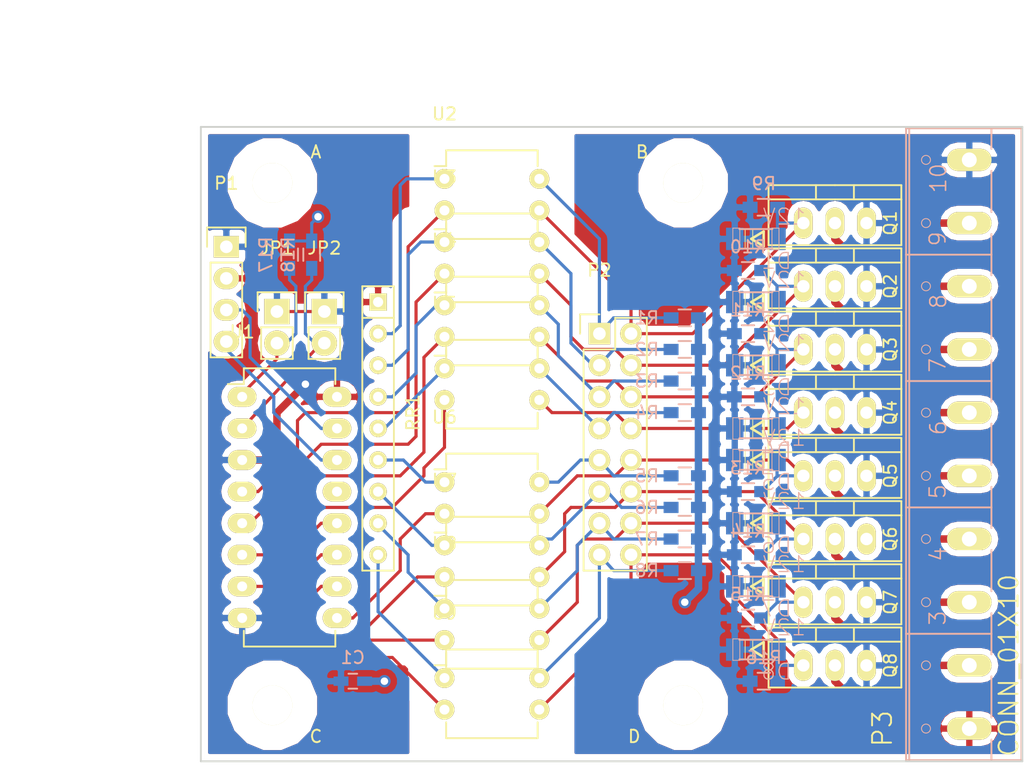
<source format=kicad_pcb>
(kicad_pcb (version 4) (host pcbnew 4.0.2+e4-6225~38~ubuntu16.04.1-stable)
  (layers (0 F.Cu signal) (31 B.Cu signal) (34 B.Paste user) (35 F.Paste user) (36 B.SilkS user) (37 F.SilkS user) (38 B.Mask user) (39 F.Mask user) (44 Edge.Cuts user))
  (net 0 "")
  (net 1 "Net-(D1-Pad1)")
  (net 2 "Net-(D2-Pad1)")
  (net 3 "Net-(D3-Pad1)")
  (net 4 "Net-(D4-Pad1)")
  (net 5 "Net-(D5-Pad1)")
  (net 6 "Net-(D6-Pad1)")
  (net 7 "Net-(D7-Pad1)")
  (net 8 "Net-(D8-Pad1)")
  (net 9 "Net-(P1-Pad3)")
  (net 10 "Net-(P1-Pad4)")
  (net 11 "Net-(P2-Pad1)")
  (net 12 "Net-(P2-Pad3)")
  (net 13 "Net-(P2-Pad5)")
  (net 14 "Net-(P2-Pad7)")
  (net 15 "Net-(P2-Pad9)")
  (net 16 "Net-(P2-Pad11)")
  (net 17 "Net-(P2-Pad13)")
  (net 18 "Net-(P2-Pad15)")
  (net 19 +12V)
  (net 20 "Net-(P3-Pad2)")
  (net 21 "Net-(P3-Pad3)")
  (net 22 "Net-(P3-Pad4)")
  (net 23 "Net-(P3-Pad5)")
  (net 24 "Net-(P3-Pad6)")
  (net 25 "Net-(P3-Pad7)")
  (net 26 "Net-(P3-Pad8)")
  (net 27 "Net-(P3-Pad9)")
  (net 28 "Net-(RR1-Pad2)")
  (net 29 "Net-(RR1-Pad3)")
  (net 30 "Net-(RR1-Pad4)")
  (net 31 "Net-(RR1-Pad5)")
  (net 32 "Net-(RR1-Pad6)")
  (net 33 "Net-(RR1-Pad7)")
  (net 34 "Net-(RR1-Pad8)")
  (net 35 "Net-(RR1-Pad9)")
  (net 36 "Net-(U1-Pad4)")
  (net 37 "Net-(U1-Pad5)")
  (net 38 "Net-(U1-Pad6)")
  (net 39 "Net-(U1-Pad7)")
  (net 40 "Net-(U1-Pad9)")
  (net 41 "Net-(U1-Pad10)")
  (net 42 "Net-(U1-Pad11)")
  (net 43 "Net-(U1-Pad12)")
  (net 44 "Net-(U1-Pad13)")
  (net 45 +5V)
  (net 46 GND)
  (net 47 GNDA)
  (net 48 "Net-(Q6-Pad3)")
  (net 49 "Net-(JP1-Pad2)")
  (net 50 "Net-(JP2-Pad2)")
  (module Housings_DIP:DIP-16_W7.62mm_LongPads (layer F.Cu) (at 210.82 107.95)
    (fp_text reference U1 (at 0 -5.22) (layer F.SilkS))
    (fp_text value PCF8574A)
    (pad 1 thru_hole oval (at 0 0) (size 2.3 1.6) (drill 0.8) (layers *.Cu *.Mask F.SilkS) (net 49 "Net-(JP1-Pad2)"))
    (pad 2 thru_hole oval (at 0 2.54) (size 2.3 1.6) (drill 0.8) (layers *.Cu *.Mask F.SilkS) (net 50 "Net-(JP2-Pad2)"))
    (pad 3 thru_hole oval (at 0 5.08) (size 2.3 1.6) (drill 0.8) (layers *.Cu *.Mask F.SilkS) (net 46 GND))
    (pad 4 thru_hole oval (at 0 7.62) (size 2.3 1.6) (drill 0.8) (layers *.Cu *.Mask F.SilkS) (net 36 "Net-(U1-Pad4)"))
    (pad 5 thru_hole oval (at 0 10.16) (size 2.3 1.6) (drill 0.8) (layers *.Cu *.Mask F.SilkS) (net 37 "Net-(U1-Pad5)"))
    (pad 6 thru_hole oval (at 0 12.7) (size 2.3 1.6) (drill 0.8) (layers *.Cu *.Mask F.SilkS) (net 38 "Net-(U1-Pad6)"))
    (pad 7 thru_hole oval (at 0 15.24) (size 2.3 1.6) (drill 0.8) (layers *.Cu *.Mask F.SilkS) (net 39 "Net-(U1-Pad7)"))
    (pad 8 thru_hole oval (at 0 17.78) (size 2.3 1.6) (drill 0.8) (layers *.Cu *.Mask F.SilkS) (net 46 GND))
    (pad 9 thru_hole oval (at 7.62 17.78) (size 2.3 1.6) (drill 0.8) (layers *.Cu *.Mask F.SilkS) (net 40 "Net-(U1-Pad9)"))
    (pad 10 thru_hole oval (at 7.62 15.24) (size 2.3 1.6) (drill 0.8) (layers *.Cu *.Mask F.SilkS) (net 41 "Net-(U1-Pad10)"))
    (pad 11 thru_hole oval (at 7.62 12.7) (size 2.3 1.6) (drill 0.8) (layers *.Cu *.Mask F.SilkS) (net 42 "Net-(U1-Pad11)"))
    (pad 12 thru_hole oval (at 7.62 10.16) (size 2.3 1.6) (drill 0.8) (layers *.Cu *.Mask F.SilkS) (net 43 "Net-(U1-Pad12)"))
    (pad 13 thru_hole oval (at 7.62 7.62) (size 2.3 1.6) (drill 0.8) (layers *.Cu *.Mask F.SilkS) (net 44 "Net-(U1-Pad13)"))
    (pad 14 thru_hole oval (at 7.62 5.08) (size 2.3 1.6) (drill 0.8) (layers *.Cu *.Mask F.SilkS) (net 10 "Net-(P1-Pad4)"))
    (pad 15 thru_hole oval (at 7.62 2.54) (size 2.3 1.6) (drill 0.8) (layers *.Cu *.Mask F.SilkS) (net 9 "Net-(P1-Pad3)"))
    (pad 16 thru_hole oval (at 7.62 0) (size 2.3 1.6) (drill 0.8) (layers *.Cu *.Mask F.SilkS) (net 45 +5V))
  )
  (module gate433:W237-10P (layer F.Cu) (at 268.605 111.76 90)
    (fp_text reference P3 (at -22.86 -6.35 90) (layer F.SilkS) (effects (font (thickness 0.1524))))
    (fp_text value CONN_01X10 (at -17.78 3.81 90) (layer F.SilkS) (effects (font (thickness 0.1524))))
    (fp_text user 3 (at -13.97 -1.905 90) (layer B.SilkS) (effects (font (size 1.27 1.27) (thickness 0.127))))
    (fp_text user 4 (at -8.83666 -1.8542 90) (layer B.SilkS) (effects (font (size 1.27 1.27) (thickness 0.127))))
    (fp_text user 5 (at -3.81 -1.905 90) (layer B.SilkS) (effects (font (size 1.27 1.27) (thickness 0.127))))
    (fp_text user 6 (at 1.3208 -1.8542 90) (layer B.SilkS) (effects (font (size 1.27 1.27) (thickness 0.127))))
    (fp_text user 7 (at 6.35 -1.905 90) (layer B.SilkS) (effects (font (size 1.27 1.27) (thickness 0.127))))
    (fp_text user 8 (at 11.4808 -1.8542 90) (layer B.SilkS) (effects (font (size 1.27 1.27) (thickness 0.127))))
    (fp_text user 9 (at 16.51 -1.905 90) (layer B.SilkS) (effects (font (size 1.27 1.27) (thickness 0.127))))
    (fp_text user 10 (at 21.3868 -1.8542 90) (layer B.SilkS) (effects (font (size 1.27 1.27) (thickness 0.127))))
    (pad 1 thru_hole oval (at -22.86 0.635 270) (size 1.78816 3.57886) (drill 1.1938) (layers *.Cu *.Mask F.Paste F.SilkS) (net 19 +12V))
    (pad 2 thru_hole oval (at -17.78 0.635 270) (size 1.78816 3.57886) (drill 1.1938) (layers *.Cu *.Mask F.Paste F.SilkS) (net 20 "Net-(P3-Pad2)"))
    (pad 3 thru_hole oval (at -12.7 0.635 270) (size 1.78816 3.57886) (drill 1.1938) (layers *.Cu *.Mask F.Paste F.SilkS) (net 21 "Net-(P3-Pad3)"))
    (pad 4 thru_hole oval (at -7.62 0.635 270) (size 1.78816 3.57886) (drill 1.1938) (layers *.Cu *.Mask F.Paste F.SilkS) (net 22 "Net-(P3-Pad4)"))
    (pad 5 thru_hole oval (at -2.54 0.635 270) (size 1.78816 3.57886) (drill 1.1938) (layers *.Cu *.Mask F.Paste F.SilkS) (net 23 "Net-(P3-Pad5)"))
    (pad 6 thru_hole oval (at 2.54 0.635 270) (size 1.78816 3.57886) (drill 1.1938) (layers *.Cu *.Mask F.Paste F.SilkS) (net 24 "Net-(P3-Pad6)"))
    (pad 7 thru_hole oval (at 7.62 0.635 270) (size 1.78816 3.57886) (drill 1.1938) (layers *.Cu *.Mask F.Paste F.SilkS) (net 25 "Net-(P3-Pad7)"))
    (pad 8 thru_hole oval (at 12.7 0.635 270) (size 1.78816 3.57886) (drill 1.1938) (layers *.Cu *.Mask F.Paste F.SilkS) (net 26 "Net-(P3-Pad8)"))
    (pad 9 thru_hole oval (at 17.78 0.635 270) (size 1.78816 3.57886) (drill 1.1938) (layers *.Cu *.Mask F.Paste F.SilkS) (net 27 "Net-(P3-Pad9)"))
    (pad 10 thru_hole oval (at 22.86 0.635 270) (size 1.78816 3.57886) (drill 1.1938) (layers *.Cu *.Mask F.Paste F.SilkS) (net 47 GNDA))
  )
  (module Capacitors_SMD:C_0603_HandSoldering (layer B.Cu) (at 219.71 130.81 180)
    (fp_text reference C1 (at 0 1.9 180) (layer B.SilkS) (effects (justify mirror)))
    (fp_text value C_Small)
    (pad 1 smd rect (at -0.95 0 180) (size 1.2 0.75) (layers B.Cu B.Paste B.Mask) (net 45 +5V))
    (pad 2 smd rect (at 0.95 0 180) (size 1.2 0.75) (layers B.Cu B.Paste B.Mask) (net 46 GND))
  )
  (module gate433:SOD80C (layer B.Cu) (at 252.095 95.25)
    (fp_text reference D1 (at 1.651 1.778) (layer B.SilkS) (effects (font (size 1.27 1.27) (thickness 0.1016)) (justify mirror)))
    (fp_text value 12V (at 2.286 -1.778) (layer B.SilkS) (effects (font (size 1.27 1.27) (thickness 0.1016)) (justify mirror)))
    (pad 1 smd rect (at 1.69926 0) (size 1.39954 1.79832) (layers B.Cu B.Paste B.Mask) (net 1 "Net-(D1-Pad1)"))
    (pad 2 smd rect (at -1.69926 0) (size 1.39954 1.79832) (layers B.Cu B.Paste B.Mask) (net 47 GNDA))
  )
  (module gate433:SOD80C (layer B.Cu) (at 252.095 100.33)
    (fp_text reference D2 (at 1.651 1.778) (layer B.SilkS) (effects (font (size 1.27 1.27) (thickness 0.1016)) (justify mirror)))
    (fp_text value 12V (at 2.286 -1.778) (layer B.SilkS) (effects (font (size 1.27 1.27) (thickness 0.1016)) (justify mirror)))
    (pad 1 smd rect (at 1.69926 0) (size 1.39954 1.79832) (layers B.Cu B.Paste B.Mask) (net 2 "Net-(D2-Pad1)"))
    (pad 2 smd rect (at -1.69926 0) (size 1.39954 1.79832) (layers B.Cu B.Paste B.Mask) (net 47 GNDA))
  )
  (module gate433:SOD80C (layer B.Cu) (at 252.095 105.41)
    (fp_text reference D3 (at 1.651 1.778) (layer B.SilkS) (effects (font (size 1.27 1.27) (thickness 0.1016)) (justify mirror)))
    (fp_text value 12V (at 2.286 -1.778) (layer B.SilkS) (effects (font (size 1.27 1.27) (thickness 0.1016)) (justify mirror)))
    (pad 1 smd rect (at 1.69926 0) (size 1.39954 1.79832) (layers B.Cu B.Paste B.Mask) (net 3 "Net-(D3-Pad1)"))
    (pad 2 smd rect (at -1.69926 0) (size 1.39954 1.79832) (layers B.Cu B.Paste B.Mask) (net 47 GNDA))
  )
  (module gate433:SOD80C (layer B.Cu) (at 252.095 110.49)
    (fp_text reference D4 (at 1.651 1.778) (layer B.SilkS) (effects (font (size 1.27 1.27) (thickness 0.1016)) (justify mirror)))
    (fp_text value 12V (at 2.286 -1.778) (layer B.SilkS) (effects (font (size 1.27 1.27) (thickness 0.1016)) (justify mirror)))
    (pad 1 smd rect (at 1.69926 0) (size 1.39954 1.79832) (layers B.Cu B.Paste B.Mask) (net 4 "Net-(D4-Pad1)"))
    (pad 2 smd rect (at -1.69926 0) (size 1.39954 1.79832) (layers B.Cu B.Paste B.Mask) (net 47 GNDA))
  )
  (module gate433:SOD80C (layer B.Cu) (at 252.095 113.03)
    (fp_text reference D5 (at 1.651 1.778) (layer B.SilkS) (effects (font (size 1.27 1.27) (thickness 0.1016)) (justify mirror)))
    (fp_text value 12V (at 2.286 -1.778) (layer B.SilkS) (effects (font (size 1.27 1.27) (thickness 0.1016)) (justify mirror)))
    (pad 1 smd rect (at 1.69926 0) (size 1.39954 1.79832) (layers B.Cu B.Paste B.Mask) (net 5 "Net-(D5-Pad1)"))
    (pad 2 smd rect (at -1.69926 0) (size 1.39954 1.79832) (layers B.Cu B.Paste B.Mask) (net 47 GNDA))
  )
  (module gate433:SOD80C (layer B.Cu) (at 252.095 118.11)
    (fp_text reference D6 (at 1.651 1.778) (layer B.SilkS) (effects (font (size 1.27 1.27) (thickness 0.1016)) (justify mirror)))
    (fp_text value 12V (at 2.286 -1.778) (layer B.SilkS) (effects (font (size 1.27 1.27) (thickness 0.1016)) (justify mirror)))
    (pad 1 smd rect (at 1.69926 0) (size 1.39954 1.79832) (layers B.Cu B.Paste B.Mask) (net 6 "Net-(D6-Pad1)"))
    (pad 2 smd rect (at -1.69926 0) (size 1.39954 1.79832) (layers B.Cu B.Paste B.Mask) (net 47 GNDA))
  )
  (module gate433:SOD80C (layer B.Cu) (at 252.095 123.19)
    (fp_text reference D7 (at 1.651 1.778) (layer B.SilkS) (effects (font (size 1.27 1.27) (thickness 0.1016)) (justify mirror)))
    (fp_text value 12V (at 2.286 -1.778) (layer B.SilkS) (effects (font (size 1.27 1.27) (thickness 0.1016)) (justify mirror)))
    (pad 1 smd rect (at 1.69926 0) (size 1.39954 1.79832) (layers B.Cu B.Paste B.Mask) (net 7 "Net-(D7-Pad1)"))
    (pad 2 smd rect (at -1.69926 0) (size 1.39954 1.79832) (layers B.Cu B.Paste B.Mask) (net 47 GNDA))
  )
  (module gate433:SOD80C (layer B.Cu) (at 252.095 128.27)
    (fp_text reference D8 (at 1.651 1.778) (layer B.SilkS) (effects (font (size 1.27 1.27) (thickness 0.1016)) (justify mirror)))
    (fp_text value 12V (at 2.286 -1.778) (layer B.SilkS) (effects (font (size 1.27 1.27) (thickness 0.1016)) (justify mirror)))
    (pad 1 smd rect (at 1.69926 0) (size 1.39954 1.79832) (layers B.Cu B.Paste B.Mask) (net 8 "Net-(D8-Pad1)"))
    (pad 2 smd rect (at -1.69926 0) (size 1.39954 1.79832) (layers B.Cu B.Paste B.Mask) (net 47 GNDA))
  )
  (module Pin_Headers:Pin_Header_Straight_1x04 (layer F.Cu) (at 209.55 95.885)
    (fp_text reference P1 (at 0 -5.1) (layer F.SilkS))
    (fp_text value CONN_01X04)
    (pad 1 thru_hole rect (at 0 0) (size 2.032 1.7272) (drill 1.016) (layers *.Cu *.Mask F.SilkS) (net 46 GND))
    (pad 2 thru_hole oval (at 0 2.54) (size 2.032 1.7272) (drill 1.016) (layers *.Cu *.Mask F.SilkS) (net 45 +5V))
    (pad 3 thru_hole oval (at 0 5.08) (size 2.032 1.7272) (drill 1.016) (layers *.Cu *.Mask F.SilkS) (net 9 "Net-(P1-Pad3)"))
    (pad 4 thru_hole oval (at 0 7.62) (size 2.032 1.7272) (drill 1.016) (layers *.Cu *.Mask F.SilkS) (net 10 "Net-(P1-Pad4)"))
  )
  (module Pin_Headers:Pin_Header_Straight_2x08 (layer F.Cu) (at 239.522 102.87)
    (fp_text reference P2 (at 0 -5.1) (layer F.SilkS))
    (fp_text value CONN_02X08)
    (pad 1 thru_hole rect (at 0 0) (size 1.7272 1.7272) (drill 1.016) (layers *.Cu *.Mask F.SilkS) (net 11 "Net-(P2-Pad1)"))
    (pad 2 thru_hole oval (at 2.54 0) (size 1.7272 1.7272) (drill 1.016) (layers *.Cu *.Mask F.SilkS) (net 1 "Net-(D1-Pad1)"))
    (pad 3 thru_hole oval (at 0 2.54) (size 1.7272 1.7272) (drill 1.016) (layers *.Cu *.Mask F.SilkS) (net 12 "Net-(P2-Pad3)"))
    (pad 4 thru_hole oval (at 2.54 2.54) (size 1.7272 1.7272) (drill 1.016) (layers *.Cu *.Mask F.SilkS) (net 2 "Net-(D2-Pad1)"))
    (pad 5 thru_hole oval (at 0 5.08) (size 1.7272 1.7272) (drill 1.016) (layers *.Cu *.Mask F.SilkS) (net 13 "Net-(P2-Pad5)"))
    (pad 6 thru_hole oval (at 2.54 5.08) (size 1.7272 1.7272) (drill 1.016) (layers *.Cu *.Mask F.SilkS) (net 3 "Net-(D3-Pad1)"))
    (pad 7 thru_hole oval (at 0 7.62) (size 1.7272 1.7272) (drill 1.016) (layers *.Cu *.Mask F.SilkS) (net 14 "Net-(P2-Pad7)"))
    (pad 8 thru_hole oval (at 2.54 7.62) (size 1.7272 1.7272) (drill 1.016) (layers *.Cu *.Mask F.SilkS) (net 4 "Net-(D4-Pad1)"))
    (pad 9 thru_hole oval (at 0 10.16) (size 1.7272 1.7272) (drill 1.016) (layers *.Cu *.Mask F.SilkS) (net 15 "Net-(P2-Pad9)"))
    (pad 10 thru_hole oval (at 2.54 10.16) (size 1.7272 1.7272) (drill 1.016) (layers *.Cu *.Mask F.SilkS) (net 5 "Net-(D5-Pad1)"))
    (pad 11 thru_hole oval (at 0 12.7) (size 1.7272 1.7272) (drill 1.016) (layers *.Cu *.Mask F.SilkS) (net 16 "Net-(P2-Pad11)"))
    (pad 12 thru_hole oval (at 2.54 12.7) (size 1.7272 1.7272) (drill 1.016) (layers *.Cu *.Mask F.SilkS) (net 6 "Net-(D6-Pad1)"))
    (pad 13 thru_hole oval (at 0 15.24) (size 1.7272 1.7272) (drill 1.016) (layers *.Cu *.Mask F.SilkS) (net 17 "Net-(P2-Pad13)"))
    (pad 14 thru_hole oval (at 2.54 15.24) (size 1.7272 1.7272) (drill 1.016) (layers *.Cu *.Mask F.SilkS) (net 7 "Net-(D7-Pad1)"))
    (pad 15 thru_hole oval (at 0 17.78) (size 1.7272 1.7272) (drill 1.016) (layers *.Cu *.Mask F.SilkS) (net 18 "Net-(P2-Pad15)"))
    (pad 16 thru_hole oval (at 2.54 17.78) (size 1.7272 1.7272) (drill 1.016) (layers *.Cu *.Mask F.SilkS) (net 8 "Net-(D8-Pad1)"))
  )
  (module TO_SOT_Packages_THT:TO-220_Neutral123_Vertical (layer F.Cu) (at 258.445 93.98)
    (fp_text reference Q1 (at 4.445 0 90) (layer F.SilkS))
    (fp_text value IRLZ44N)
    (pad 2 thru_hole oval (at 0 0 90) (size 2.49936 1.50114) (drill 1.00076) (layers *.Cu *.Mask F.SilkS) (net 27 "Net-(P3-Pad9)"))
    (pad 1 thru_hole oval (at -2.54 0 90) (size 2.49936 1.50114) (drill 1.00076) (layers *.Cu *.Mask F.SilkS) (net 1 "Net-(D1-Pad1)"))
    (pad 3 thru_hole oval (at 2.54 0 90) (size 2.49936 1.50114) (drill 1.00076) (layers *.Cu *.Mask F.SilkS) (net 47 GNDA))
  )
  (module TO_SOT_Packages_THT:TO-220_Neutral123_Vertical (layer F.Cu) (at 258.445 99.06)
    (fp_text reference Q2 (at 4.445 0 90) (layer F.SilkS))
    (fp_text value IRLZ44N)
    (pad 2 thru_hole oval (at 0 0 90) (size 2.49936 1.50114) (drill 1.00076) (layers *.Cu *.Mask F.SilkS) (net 26 "Net-(P3-Pad8)"))
    (pad 1 thru_hole oval (at -2.54 0 90) (size 2.49936 1.50114) (drill 1.00076) (layers *.Cu *.Mask F.SilkS) (net 2 "Net-(D2-Pad1)"))
    (pad 3 thru_hole oval (at 2.54 0 90) (size 2.49936 1.50114) (drill 1.00076) (layers *.Cu *.Mask F.SilkS) (net 47 GNDA))
  )
  (module TO_SOT_Packages_THT:TO-220_Neutral123_Vertical (layer F.Cu) (at 258.445 104.14)
    (fp_text reference Q3 (at 4.445 0 90) (layer F.SilkS))
    (fp_text value IRLZ44N)
    (pad 2 thru_hole oval (at 0 0 90) (size 2.49936 1.50114) (drill 1.00076) (layers *.Cu *.Mask F.SilkS) (net 25 "Net-(P3-Pad7)"))
    (pad 1 thru_hole oval (at -2.54 0 90) (size 2.49936 1.50114) (drill 1.00076) (layers *.Cu *.Mask F.SilkS) (net 3 "Net-(D3-Pad1)"))
    (pad 3 thru_hole oval (at 2.54 0 90) (size 2.49936 1.50114) (drill 1.00076) (layers *.Cu *.Mask F.SilkS) (net 47 GNDA))
  )
  (module TO_SOT_Packages_THT:TO-220_Neutral123_Vertical (layer F.Cu) (at 258.445 109.22)
    (fp_text reference Q4 (at 4.445 0 90) (layer F.SilkS))
    (fp_text value IRLZ44N)
    (pad 2 thru_hole oval (at 0 0 90) (size 2.49936 1.50114) (drill 1.00076) (layers *.Cu *.Mask F.SilkS) (net 24 "Net-(P3-Pad6)"))
    (pad 1 thru_hole oval (at -2.54 0 90) (size 2.49936 1.50114) (drill 1.00076) (layers *.Cu *.Mask F.SilkS) (net 4 "Net-(D4-Pad1)"))
    (pad 3 thru_hole oval (at 2.54 0 90) (size 2.49936 1.50114) (drill 1.00076) (layers *.Cu *.Mask F.SilkS) (net 47 GNDA))
  )
  (module TO_SOT_Packages_THT:TO-220_Neutral123_Vertical (layer F.Cu) (at 258.445 114.3)
    (fp_text reference Q5 (at 4.445 0 90) (layer F.SilkS))
    (fp_text value IRLZ44N)
    (pad 2 thru_hole oval (at 0 0 90) (size 2.49936 1.50114) (drill 1.00076) (layers *.Cu *.Mask F.SilkS) (net 23 "Net-(P3-Pad5)"))
    (pad 1 thru_hole oval (at -2.54 0 90) (size 2.49936 1.50114) (drill 1.00076) (layers *.Cu *.Mask F.SilkS) (net 5 "Net-(D5-Pad1)"))
    (pad 3 thru_hole oval (at 2.54 0 90) (size 2.49936 1.50114) (drill 1.00076) (layers *.Cu *.Mask F.SilkS) (net 47 GNDA))
  )
  (module TO_SOT_Packages_THT:TO-220_Neutral123_Vertical (layer F.Cu) (at 258.445 119.38)
    (fp_text reference Q6 (at 4.445 0 90) (layer F.SilkS))
    (fp_text value IRLZ44N)
    (pad 2 thru_hole oval (at 0 0 90) (size 2.49936 1.50114) (drill 1.00076) (layers *.Cu *.Mask F.SilkS) (net 22 "Net-(P3-Pad4)"))
    (pad 1 thru_hole oval (at -2.54 0 90) (size 2.49936 1.50114) (drill 1.00076) (layers *.Cu *.Mask F.SilkS) (net 6 "Net-(D6-Pad1)"))
    (pad 3 thru_hole oval (at 2.54 0 90) (size 2.49936 1.50114) (drill 1.00076) (layers *.Cu *.Mask F.SilkS) (net 48 "Net-(Q6-Pad3)"))
  )
  (module TO_SOT_Packages_THT:TO-220_Neutral123_Vertical (layer F.Cu) (at 258.445 124.46)
    (fp_text reference Q7 (at 4.445 0 90) (layer F.SilkS))
    (fp_text value IRLZ44N)
    (pad 2 thru_hole oval (at 0 0 90) (size 2.49936 1.50114) (drill 1.00076) (layers *.Cu *.Mask F.SilkS) (net 21 "Net-(P3-Pad3)"))
    (pad 1 thru_hole oval (at -2.54 0 90) (size 2.49936 1.50114) (drill 1.00076) (layers *.Cu *.Mask F.SilkS) (net 7 "Net-(D7-Pad1)"))
    (pad 3 thru_hole oval (at 2.54 0 90) (size 2.49936 1.50114) (drill 1.00076) (layers *.Cu *.Mask F.SilkS) (net 47 GNDA))
  )
  (module TO_SOT_Packages_THT:TO-220_Neutral123_Vertical (layer F.Cu) (at 258.445 129.54)
    (fp_text reference Q8 (at 4.445 0 90) (layer F.SilkS))
    (fp_text value IRLZ44N)
    (pad 2 thru_hole oval (at 0 0 90) (size 2.49936 1.50114) (drill 1.00076) (layers *.Cu *.Mask F.SilkS) (net 20 "Net-(P3-Pad2)"))
    (pad 1 thru_hole oval (at -2.54 0 90) (size 2.49936 1.50114) (drill 1.00076) (layers *.Cu *.Mask F.SilkS) (net 8 "Net-(D8-Pad1)"))
    (pad 3 thru_hole oval (at 2.54 0 90) (size 2.49936 1.50114) (drill 1.00076) (layers *.Cu *.Mask F.SilkS) (net 47 GNDA))
  )
  (module Resistors_SMD:R_0603_HandSoldering (layer B.Cu) (at 246.38 101.6 180)
    (fp_text reference R1 (at 3.048 0 180) (layer B.SilkS) (effects (justify mirror)))
    (fp_text value 15k)
    (pad 1 smd rect (at -1.1 0 180) (size 1.2 0.9) (layers B.Cu B.Paste B.Mask) (net 19 +12V))
    (pad 2 smd rect (at 1.1 0 180) (size 1.2 0.9) (layers B.Cu B.Paste B.Mask) (net 11 "Net-(P2-Pad1)"))
  )
  (module Resistors_SMD:R_0603_HandSoldering (layer B.Cu) (at 246.38 104.14 180)
    (fp_text reference R2 (at 3.048 0 180) (layer B.SilkS) (effects (justify mirror)))
    (fp_text value 15k)
    (pad 1 smd rect (at -1.1 0 180) (size 1.2 0.9) (layers B.Cu B.Paste B.Mask) (net 19 +12V))
    (pad 2 smd rect (at 1.1 0 180) (size 1.2 0.9) (layers B.Cu B.Paste B.Mask) (net 12 "Net-(P2-Pad3)"))
  )
  (module Resistors_SMD:R_0603_HandSoldering (layer B.Cu) (at 246.38 106.68 180)
    (fp_text reference R3 (at 3.048 0 180) (layer B.SilkS) (effects (justify mirror)))
    (fp_text value 15k)
    (pad 1 smd rect (at -1.1 0 180) (size 1.2 0.9) (layers B.Cu B.Paste B.Mask) (net 19 +12V))
    (pad 2 smd rect (at 1.1 0 180) (size 1.2 0.9) (layers B.Cu B.Paste B.Mask) (net 13 "Net-(P2-Pad5)"))
  )
  (module Resistors_SMD:R_0603_HandSoldering (layer B.Cu) (at 246.38 109.22 180)
    (fp_text reference R4 (at 3.048 0 180) (layer B.SilkS) (effects (justify mirror)))
    (fp_text value 15k)
    (pad 1 smd rect (at -1.1 0 180) (size 1.2 0.9) (layers B.Cu B.Paste B.Mask) (net 19 +12V))
    (pad 2 smd rect (at 1.1 0 180) (size 1.2 0.9) (layers B.Cu B.Paste B.Mask) (net 14 "Net-(P2-Pad7)"))
  )
  (module Resistors_SMD:R_0603_HandSoldering (layer B.Cu) (at 246.38 114.3 180)
    (fp_text reference R5 (at 3.048 0 180) (layer B.SilkS) (effects (justify mirror)))
    (fp_text value 15k)
    (pad 1 smd rect (at -1.1 0 180) (size 1.2 0.9) (layers B.Cu B.Paste B.Mask) (net 19 +12V))
    (pad 2 smd rect (at 1.1 0 180) (size 1.2 0.9) (layers B.Cu B.Paste B.Mask) (net 15 "Net-(P2-Pad9)"))
  )
  (module Resistors_SMD:R_0603_HandSoldering (layer B.Cu) (at 246.38 116.84 180)
    (fp_text reference R6 (at 3.048 0 180) (layer B.SilkS) (effects (justify mirror)))
    (fp_text value 15k)
    (pad 1 smd rect (at -1.1 0 180) (size 1.2 0.9) (layers B.Cu B.Paste B.Mask) (net 19 +12V))
    (pad 2 smd rect (at 1.1 0 180) (size 1.2 0.9) (layers B.Cu B.Paste B.Mask) (net 16 "Net-(P2-Pad11)"))
  )
  (module Resistors_SMD:R_0603_HandSoldering (layer B.Cu) (at 246.38 119.38 180)
    (fp_text reference R7 (at 3.048 0 180) (layer B.SilkS) (effects (justify mirror)))
    (fp_text value 15k)
    (pad 1 smd rect (at -1.1 0 180) (size 1.2 0.9) (layers B.Cu B.Paste B.Mask) (net 19 +12V))
    (pad 2 smd rect (at 1.1 0 180) (size 1.2 0.9) (layers B.Cu B.Paste B.Mask) (net 17 "Net-(P2-Pad13)"))
  )
  (module Resistors_SMD:R_0603_HandSoldering (layer B.Cu) (at 246.38 121.92 180)
    (fp_text reference R8 (at 3.048 0 180) (layer B.SilkS) (effects (justify mirror)))
    (fp_text value 15k)
    (pad 1 smd rect (at -1.1 0 180) (size 1.2 0.9) (layers B.Cu B.Paste B.Mask) (net 19 +12V))
    (pad 2 smd rect (at 1.1 0 180) (size 1.2 0.9) (layers B.Cu B.Paste B.Mask) (net 18 "Net-(P2-Pad15)"))
  )
  (module Resistors_SMD:R_0603_HandSoldering (layer B.Cu) (at 252.73 92.71 180)
    (fp_text reference R9 (at 0 1.9 180) (layer B.SilkS) (effects (justify mirror)))
    (fp_text value 33k)
    (pad 1 smd rect (at -1.1 0 180) (size 1.2 0.9) (layers B.Cu B.Paste B.Mask) (net 1 "Net-(D1-Pad1)"))
    (pad 2 smd rect (at 1.1 0 180) (size 1.2 0.9) (layers B.Cu B.Paste B.Mask) (net 47 GNDA))
  )
  (module Resistors_SMD:R_0603_HandSoldering (layer B.Cu) (at 251.46 97.79 180)
    (fp_text reference R10 (at 0 1.9 180) (layer B.SilkS) (effects (justify mirror)))
    (fp_text value 33k)
    (pad 1 smd rect (at -1.1 0 180) (size 1.2 0.9) (layers B.Cu B.Paste B.Mask) (net 2 "Net-(D2-Pad1)"))
    (pad 2 smd rect (at 1.1 0 180) (size 1.2 0.9) (layers B.Cu B.Paste B.Mask) (net 47 GNDA))
  )
  (module Resistors_SMD:R_0603_HandSoldering (layer B.Cu) (at 251.46 102.87 180)
    (fp_text reference R11 (at 0 1.9 180) (layer B.SilkS) (effects (justify mirror)))
    (fp_text value 33k)
    (pad 1 smd rect (at -1.1 0 180) (size 1.2 0.9) (layers B.Cu B.Paste B.Mask) (net 3 "Net-(D3-Pad1)"))
    (pad 2 smd rect (at 1.1 0 180) (size 1.2 0.9) (layers B.Cu B.Paste B.Mask) (net 47 GNDA))
  )
  (module Resistors_SMD:R_0603_HandSoldering (layer B.Cu) (at 251.46 107.95 180)
    (fp_text reference R12 (at 0 1.9 180) (layer B.SilkS) (effects (justify mirror)))
    (fp_text value 33k)
    (pad 1 smd rect (at -1.1 0 180) (size 1.2 0.9) (layers B.Cu B.Paste B.Mask) (net 4 "Net-(D4-Pad1)"))
    (pad 2 smd rect (at 1.1 0 180) (size 1.2 0.9) (layers B.Cu B.Paste B.Mask) (net 47 GNDA))
  )
  (module Resistors_SMD:R_0603_HandSoldering (layer B.Cu) (at 251.46 115.57 180)
    (fp_text reference R13 (at 0 1.9 180) (layer B.SilkS) (effects (justify mirror)))
    (fp_text value 33k)
    (pad 1 smd rect (at -1.1 0 180) (size 1.2 0.9) (layers B.Cu B.Paste B.Mask) (net 5 "Net-(D5-Pad1)"))
    (pad 2 smd rect (at 1.1 0 180) (size 1.2 0.9) (layers B.Cu B.Paste B.Mask) (net 47 GNDA))
  )
  (module Resistors_SMD:R_0603_HandSoldering (layer B.Cu) (at 251.46 120.65 180)
    (fp_text reference R14 (at 0 1.9 180) (layer B.SilkS) (effects (justify mirror)))
    (fp_text value 33k)
    (pad 1 smd rect (at -1.1 0 180) (size 1.2 0.9) (layers B.Cu B.Paste B.Mask) (net 6 "Net-(D6-Pad1)"))
    (pad 2 smd rect (at 1.1 0 180) (size 1.2 0.9) (layers B.Cu B.Paste B.Mask) (net 47 GNDA))
  )
  (module Resistors_SMD:R_0603_HandSoldering (layer B.Cu) (at 251.46 125.73 180)
    (fp_text reference R15 (at 0 1.9 180) (layer B.SilkS) (effects (justify mirror)))
    (fp_text value 33k)
    (pad 1 smd rect (at -1.1 0 180) (size 1.2 0.9) (layers B.Cu B.Paste B.Mask) (net 7 "Net-(D7-Pad1)"))
    (pad 2 smd rect (at 1.1 0 180) (size 1.2 0.9) (layers B.Cu B.Paste B.Mask) (net 47 GNDA))
  )
  (module Resistors_SMD:R_0603_HandSoldering (layer B.Cu) (at 252.73 130.81 180)
    (fp_text reference R16 (at 0 1.9 180) (layer B.SilkS) (effects (justify mirror)))
    (fp_text value 33k)
    (pad 1 smd rect (at -1.1 0 180) (size 1.2 0.9) (layers B.Cu B.Paste B.Mask) (net 8 "Net-(D8-Pad1)"))
    (pad 2 smd rect (at 1.1 0 180) (size 1.2 0.9) (layers B.Cu B.Paste B.Mask) (net 47 GNDA))
  )
  (module Resistors_ThroughHole:Resistor_Array_SIP8 (layer F.Cu) (at 221.742 110.49 270)
    (fp_text reference RR1 (at -1.27 -2.794 270) (layer F.SilkS))
    (fp_text value 330)
    (pad 1 thru_hole rect (at -10.16 0 270) (size 1.397 1.397) (drill 0.8128) (layers *.Cu *.Mask F.SilkS) (net 45 +5V))
    (pad 2 thru_hole circle (at -7.62 0 270) (size 1.397 1.397) (drill 0.8128) (layers *.Cu *.Mask F.SilkS) (net 28 "Net-(RR1-Pad2)"))
    (pad 3 thru_hole circle (at -5.08 0 270) (size 1.397 1.397) (drill 0.8128) (layers *.Cu *.Mask F.SilkS) (net 29 "Net-(RR1-Pad3)"))
    (pad 4 thru_hole circle (at -2.54 0 270) (size 1.397 1.397) (drill 0.8128) (layers *.Cu *.Mask F.SilkS) (net 30 "Net-(RR1-Pad4)"))
    (pad 5 thru_hole circle (at 0 0 270) (size 1.397 1.397) (drill 0.8128) (layers *.Cu *.Mask F.SilkS) (net 31 "Net-(RR1-Pad5)"))
    (pad 6 thru_hole circle (at 2.54 0 270) (size 1.397 1.397) (drill 0.8128) (layers *.Cu *.Mask F.SilkS) (net 32 "Net-(RR1-Pad6)"))
    (pad 7 thru_hole circle (at 5.08 0 270) (size 1.397 1.397) (drill 0.8128) (layers *.Cu *.Mask F.SilkS) (net 33 "Net-(RR1-Pad7)"))
    (pad 8 thru_hole circle (at 7.62 0 270) (size 1.397 1.397) (drill 0.8128) (layers *.Cu *.Mask F.SilkS) (net 34 "Net-(RR1-Pad8)"))
    (pad 9 thru_hole circle (at 10.16 0 270) (size 1.397 1.397) (drill 0.8128) (layers *.Cu *.Mask F.SilkS) (net 35 "Net-(RR1-Pad9)"))
  )
  (module Housings_DIP:DIP-4_W7.62mm (layer F.Cu) (at 227.076 90.424)
    (fp_text reference U2 (at 0 -5.22) (layer F.SilkS))
    (fp_text value PC817)
    (pad 1 thru_hole oval (at 0 0) (size 1.6 1.6) (drill 0.8) (layers *.Cu *.Mask F.SilkS) (net 28 "Net-(RR1-Pad2)"))
    (pad 2 thru_hole oval (at 0 2.54) (size 1.6 1.6) (drill 0.8) (layers *.Cu *.Mask F.SilkS) (net 36 "Net-(U1-Pad4)"))
    (pad 3 thru_hole oval (at 7.62 2.54) (size 1.6 1.6) (drill 0.8) (layers *.Cu *.Mask F.SilkS) (net 1 "Net-(D1-Pad1)"))
    (pad 4 thru_hole oval (at 7.62 0) (size 1.6 1.6) (drill 0.8) (layers *.Cu *.Mask F.SilkS) (net 11 "Net-(P2-Pad1)"))
  )
  (module Housings_DIP:DIP-4_W7.62mm (layer F.Cu) (at 227.076 95.504)
    (fp_text reference U3 (at 0 -5.22) (layer F.SilkS))
    (fp_text value PC817)
    (pad 1 thru_hole oval (at 0 0) (size 1.6 1.6) (drill 0.8) (layers *.Cu *.Mask F.SilkS) (net 29 "Net-(RR1-Pad3)"))
    (pad 2 thru_hole oval (at 0 2.54) (size 1.6 1.6) (drill 0.8) (layers *.Cu *.Mask F.SilkS) (net 37 "Net-(U1-Pad5)"))
    (pad 3 thru_hole oval (at 7.62 2.54) (size 1.6 1.6) (drill 0.8) (layers *.Cu *.Mask F.SilkS) (net 2 "Net-(D2-Pad1)"))
    (pad 4 thru_hole oval (at 7.62 0) (size 1.6 1.6) (drill 0.8) (layers *.Cu *.Mask F.SilkS) (net 12 "Net-(P2-Pad3)"))
  )
  (module Housings_DIP:DIP-4_W7.62mm (layer F.Cu) (at 227.076 100.584)
    (fp_text reference U4 (at 0 -5.22) (layer F.SilkS))
    (fp_text value PC817)
    (pad 1 thru_hole oval (at 0 0) (size 1.6 1.6) (drill 0.8) (layers *.Cu *.Mask F.SilkS) (net 30 "Net-(RR1-Pad4)"))
    (pad 2 thru_hole oval (at 0 2.54) (size 1.6 1.6) (drill 0.8) (layers *.Cu *.Mask F.SilkS) (net 38 "Net-(U1-Pad6)"))
    (pad 3 thru_hole oval (at 7.62 2.54) (size 1.6 1.6) (drill 0.8) (layers *.Cu *.Mask F.SilkS) (net 3 "Net-(D3-Pad1)"))
    (pad 4 thru_hole oval (at 7.62 0) (size 1.6 1.6) (drill 0.8) (layers *.Cu *.Mask F.SilkS) (net 13 "Net-(P2-Pad5)"))
  )
  (module Housings_DIP:DIP-4_W7.62mm (layer F.Cu) (at 227.076 105.664)
    (fp_text reference U5 (at 0 -5.22) (layer F.SilkS))
    (fp_text value PC817)
    (pad 1 thru_hole oval (at 0 0) (size 1.6 1.6) (drill 0.8) (layers *.Cu *.Mask F.SilkS) (net 31 "Net-(RR1-Pad5)"))
    (pad 2 thru_hole oval (at 0 2.54) (size 1.6 1.6) (drill 0.8) (layers *.Cu *.Mask F.SilkS) (net 39 "Net-(U1-Pad7)"))
    (pad 3 thru_hole oval (at 7.62 2.54) (size 1.6 1.6) (drill 0.8) (layers *.Cu *.Mask F.SilkS) (net 4 "Net-(D4-Pad1)"))
    (pad 4 thru_hole oval (at 7.62 0) (size 1.6 1.6) (drill 0.8) (layers *.Cu *.Mask F.SilkS) (net 14 "Net-(P2-Pad7)"))
  )
  (module Housings_DIP:DIP-4_W7.62mm (layer F.Cu) (at 227.076 114.808)
    (fp_text reference U6 (at 0 -5.22) (layer F.SilkS))
    (fp_text value PC817)
    (pad 1 thru_hole oval (at 0 0) (size 1.6 1.6) (drill 0.8) (layers *.Cu *.Mask F.SilkS) (net 32 "Net-(RR1-Pad6)"))
    (pad 2 thru_hole oval (at 0 2.54) (size 1.6 1.6) (drill 0.8) (layers *.Cu *.Mask F.SilkS) (net 40 "Net-(U1-Pad9)"))
    (pad 3 thru_hole oval (at 7.62 2.54) (size 1.6 1.6) (drill 0.8) (layers *.Cu *.Mask F.SilkS) (net 5 "Net-(D5-Pad1)"))
    (pad 4 thru_hole oval (at 7.62 0) (size 1.6 1.6) (drill 0.8) (layers *.Cu *.Mask F.SilkS) (net 15 "Net-(P2-Pad9)"))
  )
  (module Housings_DIP:DIP-4_W7.62mm (layer F.Cu) (at 227.076 119.888)
    (fp_text reference U7 (at 0 -5.22) (layer F.SilkS))
    (fp_text value PC817)
    (pad 1 thru_hole oval (at 0 0) (size 1.6 1.6) (drill 0.8) (layers *.Cu *.Mask F.SilkS) (net 33 "Net-(RR1-Pad7)"))
    (pad 2 thru_hole oval (at 0 2.54) (size 1.6 1.6) (drill 0.8) (layers *.Cu *.Mask F.SilkS) (net 41 "Net-(U1-Pad10)"))
    (pad 3 thru_hole oval (at 7.62 2.54) (size 1.6 1.6) (drill 0.8) (layers *.Cu *.Mask F.SilkS) (net 6 "Net-(D6-Pad1)"))
    (pad 4 thru_hole oval (at 7.62 0) (size 1.6 1.6) (drill 0.8) (layers *.Cu *.Mask F.SilkS) (net 16 "Net-(P2-Pad11)"))
  )
  (module Housings_DIP:DIP-4_W7.62mm (layer F.Cu) (at 227.076 124.968)
    (fp_text reference U8 (at 0 -5.22) (layer F.SilkS))
    (fp_text value PC817)
    (pad 1 thru_hole oval (at 0 0) (size 1.6 1.6) (drill 0.8) (layers *.Cu *.Mask F.SilkS) (net 34 "Net-(RR1-Pad8)"))
    (pad 2 thru_hole oval (at 0 2.54) (size 1.6 1.6) (drill 0.8) (layers *.Cu *.Mask F.SilkS) (net 42 "Net-(U1-Pad11)"))
    (pad 3 thru_hole oval (at 7.62 2.54) (size 1.6 1.6) (drill 0.8) (layers *.Cu *.Mask F.SilkS) (net 7 "Net-(D7-Pad1)"))
    (pad 4 thru_hole oval (at 7.62 0) (size 1.6 1.6) (drill 0.8) (layers *.Cu *.Mask F.SilkS) (net 17 "Net-(P2-Pad13)"))
  )
  (module Housings_DIP:DIP-4_W7.62mm (layer F.Cu) (at 227.076 130.556)
    (fp_text reference U9 (at 0 -5.22) (layer F.SilkS))
    (fp_text value PC817)
    (pad 1 thru_hole oval (at 0 0) (size 1.6 1.6) (drill 0.8) (layers *.Cu *.Mask F.SilkS) (net 35 "Net-(RR1-Pad9)"))
    (pad 2 thru_hole oval (at 0 2.54) (size 1.6 1.6) (drill 0.8) (layers *.Cu *.Mask F.SilkS) (net 43 "Net-(U1-Pad12)"))
    (pad 3 thru_hole oval (at 7.62 2.54) (size 1.6 1.6) (drill 0.8) (layers *.Cu *.Mask F.SilkS) (net 8 "Net-(D8-Pad1)"))
    (pad 4 thru_hole oval (at 7.62 0) (size 1.6 1.6) (drill 0.8) (layers *.Cu *.Mask F.SilkS) (net 18 "Net-(P2-Pad15)"))
  )
  (module Mounting_Holes:MountingHole_3.2mm_M3 (layer F.Cu) (at 213.25 90.75)
    (fp_text reference A (at 3.495 -2.485) (layer F.SilkS))
    (fp_text value MountingHole_3.2mm_M3)
    (pad "" np_thru_hole circle (at 0 0) (size 3.2 3.2) (drill 3.2) (layers *.Cu *.Mask F.SilkS) (clearance 2))
  )
  (module Mounting_Holes:MountingHole_3.2mm_M3 (layer F.Cu) (at 213.25 132.75)
    (fp_text reference C (at 3.495 2.505) (layer F.SilkS))
    (fp_text value MountingHole_3.2mm_M3)
    (pad "" np_thru_hole circle (at 0 0) (size 3.2 3.2) (drill 3.2) (layers *.Cu *.Mask F.SilkS) (clearance 2))
  )
  (module Mounting_Holes:MountingHole_3.2mm_M3 (layer F.Cu) (at 246.25 90.75)
    (fp_text reference B (at -3.295 -2.485) (layer F.SilkS))
    (fp_text value MountingHole_3.2mm_M3)
    (pad "" np_thru_hole circle (at 0 0) (size 3.2 3.2) (drill 3.2) (layers *.Cu *.Mask F.SilkS) (clearance 2))
  )
  (module Mounting_Holes:MountingHole_3.2mm_M3 (layer F.Cu) (at 246.25 132.75)
    (fp_text reference D (at -3.93 2.505) (layer F.SilkS))
    (fp_text value MountingHole_3.2mm_M3)
    (pad "" np_thru_hole circle (at 0 0) (size 3.2 3.2) (drill 3.2) (layers *.Cu *.Mask F.SilkS) (clearance 2))
  )
  (module Pin_Headers:Pin_Header_Straight_1x02 (layer F.Cu) (at 213.614 101.092)
    (fp_text reference JP1 (at 0 -5.1) (layer F.SilkS))
    (fp_text value Jumper_NC_Small)
    (pad 1 thru_hole rect (at 0 0) (size 2.032 2.032) (drill 1.016) (layers *.Cu *.Mask F.SilkS) (net 46 GND))
    (pad 2 thru_hole oval (at 0 2.54) (size 2.032 2.032) (drill 1.016) (layers *.Cu *.Mask F.SilkS) (net 49 "Net-(JP1-Pad2)"))
  )
  (module Pin_Headers:Pin_Header_Straight_1x02 (layer F.Cu) (at 217.424 101.092)
    (fp_text reference JP2 (at 0 -5.1) (layer F.SilkS))
    (fp_text value Jumper_NC_Small)
    (pad 1 thru_hole rect (at 0 0) (size 2.032 2.032) (drill 1.016) (layers *.Cu *.Mask F.SilkS) (net 46 GND))
    (pad 2 thru_hole oval (at 0 2.54) (size 2.032 2.032) (drill 1.016) (layers *.Cu *.Mask F.SilkS) (net 50 "Net-(JP2-Pad2)"))
  )
  (module Resistors_SMD:R_0603_HandSoldering (layer B.Cu) (at 214.63 96.52 270)
    (fp_text reference R17 (at 0 1.9 270) (layer B.SilkS) (effects (justify mirror)))
    (fp_text value 10k)
    (pad 1 smd rect (at -1.1 0 270) (size 1.2 0.9) (layers B.Cu B.Paste B.Mask) (net 45 +5V))
    (pad 2 smd rect (at 1.1 0 270) (size 1.2 0.9) (layers B.Cu B.Paste B.Mask) (net 49 "Net-(JP1-Pad2)"))
  )
  (module Resistors_SMD:R_0603_HandSoldering (layer B.Cu) (at 216.408 96.52 270)
    (fp_text reference R18 (at 0 1.9 270) (layer B.SilkS) (effects (justify mirror)))
    (fp_text value 10k)
    (pad 1 smd rect (at -1.1 0 270) (size 1.2 0.9) (layers B.Cu B.Paste B.Mask) (net 45 +5V))
    (pad 2 smd rect (at 1.1 0 270) (size 1.2 0.9) (layers B.Cu B.Paste B.Mask) (net 50 "Net-(JP2-Pad2)"))
  )
  (gr_line (start 273.5 137.25) (end 273.5 86.25) (angle 90) (layer Edge.Cuts) (width 0.15))
  (gr_line (start 207.5 137.25) (end 273.5 137.25) (angle 90) (layer Edge.Cuts) (width 0.15))
  (gr_line (start 207.5 86.25) (end 207.5 137.25) (angle 90) (layer Edge.Cuts) (width 0.15))
  (gr_line (start 273.5 86.25) (end 207.5 86.25) (angle 90) (layer Edge.Cuts) (width 0.15))
  (segment (start 242.062 102.87) (end 242.062 100.33) (width 0.254) (layer F.Cu) (net 1))
  (segment (start 242.062 100.33) (end 234.696 92.964) (width 0.254) (layer F.Cu) (net 1))
  (segment (start 247.015 102.87) (end 255.905 93.98) (width 0.254) (layer F.Cu) (net 1))
  (segment (start 242.062 102.87) (end 247.015 102.87) (width 0.254) (layer F.Cu) (net 1))
  (segment (start 253.83 93.98) (end 255.905 93.98) (width 0.254) (layer B.Cu) (net 1))
  (segment (start 253.83 92.71) (end 253.83 93.98) (width 0.254) (layer B.Cu) (net 1))
  (segment (start 253.83 93.98) (end 253.83 95.21426) (width 0.254) (layer B.Cu) (net 1))
  (segment (start 253.83 95.21426) (end 253.79426 95.25) (width 0.254) (layer B.Cu) (net 1))
  (segment (start 242.062 105.41) (end 240.792 104.14) (width 0.254) (layer F.Cu) (net 2))
  (segment (start 237.236 100.584) (end 234.696 98.044) (width 0.254) (layer F.Cu) (net 2))
  (segment (start 237.236 103.124) (end 237.236 100.584) (width 0.254) (layer F.Cu) (net 2))
  (segment (start 238.252 104.14) (end 237.236 103.124) (width 0.254) (layer F.Cu) (net 2))
  (segment (start 240.792 104.14) (end 238.252 104.14) (width 0.254) (layer F.Cu) (net 2))
  (segment (start 242.062 105.41) (end 249.555 105.41) (width 0.254) (layer F.Cu) (net 2))
  (segment (start 249.555 105.41) (end 255.905 99.06) (width 0.254) (layer F.Cu) (net 2))
  (segment (start 253.79426 99.06) (end 255.905 99.06) (width 0.254) (layer B.Cu) (net 2))
  (segment (start 253.79426 100.33) (end 253.79426 99.06) (width 0.254) (layer B.Cu) (net 2))
  (segment (start 253.79426 99.06) (end 253.79426 99.02426) (width 0.254) (layer B.Cu) (net 2))
  (segment (start 253.79426 99.02426) (end 252.56 97.79) (width 0.254) (layer B.Cu) (net 2))
  (segment (start 234.696 103.124) (end 238.252 106.68) (width 0.254) (layer F.Cu) (net 3))
  (segment (start 240.792 106.68) (end 242.062 107.95) (width 0.254) (layer F.Cu) (net 3))
  (segment (start 238.252 106.68) (end 240.792 106.68) (width 0.254) (layer F.Cu) (net 3))
  (segment (start 242.062 107.95) (end 252.095 107.95) (width 0.254) (layer F.Cu) (net 3))
  (segment (start 252.095 107.95) (end 255.905 104.14) (width 0.254) (layer F.Cu) (net 3))
  (segment (start 253.79426 104.14) (end 255.905 104.14) (width 0.254) (layer B.Cu) (net 3))
  (segment (start 253.79426 105.41) (end 253.79426 104.14) (width 0.254) (layer B.Cu) (net 3))
  (segment (start 253.79426 104.14) (end 253.79426 104.10426) (width 0.254) (layer B.Cu) (net 3))
  (segment (start 253.79426 104.10426) (end 252.56 102.87) (width 0.254) (layer B.Cu) (net 3))
  (segment (start 234.696 108.204) (end 235.712 109.22) (width 0.254) (layer F.Cu) (net 4))
  (segment (start 240.792 109.22) (end 242.062 110.49) (width 0.254) (layer F.Cu) (net 4))
  (segment (start 235.712 109.22) (end 240.792 109.22) (width 0.254) (layer F.Cu) (net 4))
  (segment (start 242.062 110.49) (end 254.635 110.49) (width 0.254) (layer F.Cu) (net 4))
  (segment (start 254.635 110.49) (end 255.905 109.22) (width 0.254) (layer F.Cu) (net 4))
  (segment (start 253.79426 109.22) (end 255.905 109.22) (width 0.254) (layer B.Cu) (net 4))
  (segment (start 253.79426 110.49) (end 253.79426 109.22) (width 0.254) (layer B.Cu) (net 4))
  (segment (start 253.79426 109.22) (end 253.79426 109.18426) (width 0.254) (layer B.Cu) (net 4))
  (segment (start 253.79426 109.18426) (end 252.56 107.95) (width 0.254) (layer B.Cu) (net 4))
  (segment (start 242.062 113.03) (end 240.792 114.3) (width 0.254) (layer F.Cu) (net 5))
  (segment (start 237.744 114.3) (end 234.696 117.348) (width 0.254) (layer F.Cu) (net 5))
  (segment (start 238.252 114.3) (end 237.744 114.3) (width 0.254) (layer F.Cu) (net 5))
  (segment (start 240.792 114.3) (end 238.252 114.3) (width 0.254) (layer F.Cu) (net 5))
  (segment (start 242.062 113.03) (end 254.635 113.03) (width 0.254) (layer F.Cu) (net 5))
  (segment (start 254.635 113.03) (end 255.905 114.3) (width 0.254) (layer F.Cu) (net 5))
  (segment (start 253.79426 114.33574) (end 253.83 114.3) (width 0.254) (layer B.Cu) (net 5))
  (segment (start 253.83 114.3) (end 255.905 114.3) (width 0.254) (layer B.Cu) (net 5))
  (segment (start 252.56 115.57) (end 253.79426 114.33574) (width 0.254) (layer B.Cu) (net 5))
  (segment (start 253.79426 114.33574) (end 253.79426 113.03) (width 0.254) (layer B.Cu) (net 5))
  (segment (start 242.062 115.57) (end 240.792 116.84) (width 0.254) (layer F.Cu) (net 6))
  (segment (start 236.728 120.396) (end 234.696 122.428) (width 0.254) (layer F.Cu) (net 6))
  (segment (start 236.728 117.348) (end 236.728 120.396) (width 0.254) (layer F.Cu) (net 6))
  (segment (start 237.236 116.84) (end 236.728 117.348) (width 0.254) (layer F.Cu) (net 6))
  (segment (start 240.792 116.84) (end 237.236 116.84) (width 0.254) (layer F.Cu) (net 6))
  (segment (start 242.062 115.57) (end 252.095 115.57) (width 0.254) (layer F.Cu) (net 6))
  (segment (start 252.095 115.57) (end 255.905 119.38) (width 0.254) (layer F.Cu) (net 6))
  (segment (start 253.79426 119.41574) (end 253.83 119.38) (width 0.254) (layer B.Cu) (net 6))
  (segment (start 253.83 119.38) (end 255.905 119.38) (width 0.254) (layer B.Cu) (net 6))
  (segment (start 252.56 120.65) (end 253.79426 119.41574) (width 0.254) (layer B.Cu) (net 6))
  (segment (start 253.79426 119.41574) (end 253.79426 118.11) (width 0.254) (layer B.Cu) (net 6))
  (segment (start 242.062 118.11) (end 240.792 119.38) (width 0.254) (layer F.Cu) (net 7))
  (segment (start 237.744 124.46) (end 234.696 127.508) (width 0.254) (layer F.Cu) (net 7))
  (segment (start 237.744 119.888) (end 237.744 124.46) (width 0.254) (layer F.Cu) (net 7))
  (segment (start 238.252 119.38) (end 237.744 119.888) (width 0.254) (layer F.Cu) (net 7))
  (segment (start 240.792 119.38) (end 238.252 119.38) (width 0.254) (layer F.Cu) (net 7))
  (segment (start 242.062 118.11) (end 249.555 118.11) (width 0.254) (layer F.Cu) (net 7))
  (segment (start 249.555 118.11) (end 255.905 124.46) (width 0.254) (layer F.Cu) (net 7))
  (segment (start 253.79426 124.49574) (end 253.83 124.46) (width 0.254) (layer B.Cu) (net 7))
  (segment (start 253.83 124.46) (end 255.905 124.46) (width 0.254) (layer B.Cu) (net 7))
  (segment (start 252.56 125.73) (end 253.79426 124.49574) (width 0.254) (layer B.Cu) (net 7))
  (segment (start 253.79426 124.49574) (end 253.79426 123.19) (width 0.254) (layer B.Cu) (net 7))
  (segment (start 242.062 120.65) (end 242.062 125.73) (width 0.254) (layer F.Cu) (net 8))
  (segment (start 242.062 125.73) (end 234.696 133.096) (width 0.254) (layer F.Cu) (net 8))
  (segment (start 242.062 120.65) (end 248.92 120.65) (width 0.254) (layer F.Cu) (net 8))
  (segment (start 250.19 123.825) (end 255.905 129.54) (width 0.254) (layer F.Cu) (net 8))
  (segment (start 250.19 121.92) (end 250.19 123.825) (width 0.254) (layer F.Cu) (net 8))
  (segment (start 248.92 120.65) (end 250.19 121.92) (width 0.254) (layer F.Cu) (net 8))
  (segment (start 253.79426 129.54) (end 255.905 129.54) (width 0.254) (layer B.Cu) (net 8))
  (segment (start 253.83 130.81) (end 253.79426 130.77426) (width 0.254) (layer B.Cu) (net 8))
  (segment (start 253.79426 130.77426) (end 253.79426 129.54) (width 0.254) (layer B.Cu) (net 8))
  (segment (start 253.79426 129.54) (end 253.79426 128.27) (width 0.254) (layer B.Cu) (net 8))
  (segment (start 209.55 100.965) (end 210.82 100.965) (width 0.254) (layer B.Cu) (net 9))
  (segment (start 217.17 110.49) (end 218.44 110.49) (width 0.254) (layer B.Cu) (net 9))
  (segment (start 211.455 104.775) (end 217.17 110.49) (width 0.254) (layer B.Cu) (net 9))
  (segment (start 211.455 101.6) (end 211.455 104.775) (width 0.254) (layer B.Cu) (net 9))
  (segment (start 210.82 100.965) (end 211.455 101.6) (width 0.254) (layer B.Cu) (net 9))
  (segment (start 218.44 113.03) (end 217.17 113.03) (width 0.254) (layer B.Cu) (net 10))
  (segment (start 213.36 107.95) (end 209.55 104.14) (width 0.254) (layer B.Cu) (net 10))
  (segment (start 213.36 109.22) (end 213.36 107.95) (width 0.254) (layer B.Cu) (net 10))
  (segment (start 217.17 113.03) (end 213.36 109.22) (width 0.254) (layer B.Cu) (net 10))
  (segment (start 209.55 104.14) (end 209.55 103.505) (width 0.254) (layer B.Cu) (net 10))
  (segment (start 239.522 102.87) (end 239.522 95.25) (width 0.254) (layer B.Cu) (net 11))
  (segment (start 239.522 95.25) (end 234.696 90.424) (width 0.254) (layer B.Cu) (net 11))
  (segment (start 239.522 102.87) (end 240.665 101.6) (width 0.254) (layer B.Cu) (net 11))
  (segment (start 240.665 101.6) (end 245.28 101.6) (width 0.254) (layer B.Cu) (net 11))
  (segment (start 239.522 105.41) (end 239.014 105.41) (width 0.254) (layer B.Cu) (net 12))
  (segment (start 239.014 105.41) (end 237.236 103.632) (width 0.254) (layer B.Cu) (net 12))
  (segment (start 237.236 98.044) (end 234.696 95.504) (width 0.254) (layer B.Cu) (net 12))
  (segment (start 237.236 103.632) (end 237.236 98.044) (width 0.254) (layer B.Cu) (net 12))
  (segment (start 239.522 105.41) (end 240.665 104.14) (width 0.254) (layer B.Cu) (net 12))
  (segment (start 240.665 104.14) (end 245.28 104.14) (width 0.254) (layer B.Cu) (net 12))
  (segment (start 239.522 107.95) (end 236.22 104.648) (width 0.254) (layer B.Cu) (net 13))
  (segment (start 236.22 102.108) (end 234.696 100.584) (width 0.254) (layer B.Cu) (net 13))
  (segment (start 236.22 104.648) (end 236.22 102.108) (width 0.254) (layer B.Cu) (net 13))
  (segment (start 239.522 107.95) (end 240.665 106.68) (width 0.254) (layer B.Cu) (net 13))
  (segment (start 240.665 106.68) (end 245.28 106.68) (width 0.254) (layer B.Cu) (net 13))
  (segment (start 239.522 110.49) (end 234.696 105.664) (width 0.254) (layer B.Cu) (net 14))
  (segment (start 239.522 110.49) (end 240.665 109.22) (width 0.254) (layer B.Cu) (net 14))
  (segment (start 240.665 109.22) (end 245.28 109.22) (width 0.254) (layer B.Cu) (net 14))
  (segment (start 239.522 113.03) (end 237.998 113.03) (width 0.254) (layer B.Cu) (net 15))
  (segment (start 236.22 114.808) (end 234.696 114.808) (width 0.254) (layer B.Cu) (net 15))
  (segment (start 237.998 113.03) (end 236.22 114.808) (width 0.254) (layer B.Cu) (net 15))
  (segment (start 239.522 113.03) (end 240.665 114.3) (width 0.254) (layer B.Cu) (net 15))
  (segment (start 240.665 114.3) (end 245.28 114.3) (width 0.254) (layer B.Cu) (net 15))
  (segment (start 239.522 115.57) (end 235.712 119.38) (width 0.254) (layer B.Cu) (net 16))
  (segment (start 235.712 119.38) (end 235.204 119.38) (width 0.254) (layer B.Cu) (net 16))
  (segment (start 235.204 119.38) (end 234.696 119.888) (width 0.254) (layer B.Cu) (net 16))
  (segment (start 239.522 115.57) (end 240.157 115.57) (width 0.254) (layer B.Cu) (net 16))
  (segment (start 240.157 115.57) (end 241.3 116.84) (width 0.254) (layer B.Cu) (net 16))
  (segment (start 241.3 116.84) (end 245.28 116.84) (width 0.254) (layer B.Cu) (net 16))
  (segment (start 239.522 118.11) (end 237.744 119.888) (width 0.254) (layer B.Cu) (net 17))
  (segment (start 237.744 121.92) (end 234.696 124.968) (width 0.254) (layer B.Cu) (net 17))
  (segment (start 237.744 119.888) (end 237.744 121.92) (width 0.254) (layer B.Cu) (net 17))
  (segment (start 239.522 118.11) (end 240.665 119.38) (width 0.254) (layer B.Cu) (net 17))
  (segment (start 240.665 119.38) (end 245.28 119.38) (width 0.254) (layer B.Cu) (net 17))
  (segment (start 239.522 120.65) (end 239.522 125.73) (width 0.254) (layer B.Cu) (net 18))
  (segment (start 239.522 125.73) (end 234.696 130.556) (width 0.254) (layer B.Cu) (net 18))
  (segment (start 239.522 120.65) (end 240.665 121.92) (width 0.254) (layer B.Cu) (net 18))
  (segment (start 240.665 121.92) (end 245.28 121.92) (width 0.254) (layer B.Cu) (net 18))
  (segment (start 247.48 121.92) (end 247.48 123.36) (width 0.6) (layer B.Cu) (net 19))
  (via (at 246.38 124.46) (size 1) (drill 0.6) (layers F.Cu B.Cu) (net 19))
  (segment (start 247.48 123.36) (end 246.38 124.46) (width 0.6) (layer B.Cu) (net 19))
  (segment (start 247.48 104.14) (end 247.48 101.6) (width 0.6) (layer B.Cu) (net 19))
  (segment (start 247.48 106.68) (end 247.48 104.14) (width 0.6) (layer B.Cu) (net 19))
  (segment (start 247.48 121.92) (end 247.48 119.38) (width 0.6) (layer B.Cu) (net 19))
  (segment (start 247.48 106.68) (end 247.48 109.22) (width 0.6) (layer B.Cu) (net 19))
  (segment (start 247.48 119.38) (end 247.48 116.84) (width 0.6) (layer B.Cu) (net 19))
  (segment (start 247.48 116.84) (end 247.48 114.3) (width 0.6) (layer B.Cu) (net 19))
  (segment (start 247.48 114.3) (end 247.48 109.22) (width 0.6) (layer B.Cu) (net 19))
  (segment (start 258.445 129.54) (end 258.445 130.81) (width 0.6) (layer F.Cu) (net 20))
  (segment (start 258.445 130.81) (end 259.715 132.08) (width 0.6) (layer F.Cu) (net 20))
  (segment (start 259.715 132.08) (end 262.89 132.08) (width 0.6) (layer F.Cu) (net 20))
  (segment (start 262.89 132.08) (end 265.43 129.54) (width 0.6) (layer F.Cu) (net 20))
  (segment (start 265.43 129.54) (end 269.24 129.54) (width 0.6) (layer F.Cu) (net 20))
  (segment (start 258.445 124.46) (end 258.445 125.73) (width 0.6) (layer F.Cu) (net 21))
  (segment (start 258.445 125.73) (end 259.715 127) (width 0.6) (layer F.Cu) (net 21))
  (segment (start 259.715 127) (end 262.89 127) (width 0.6) (layer F.Cu) (net 21))
  (segment (start 262.89 127) (end 265.43 124.46) (width 0.6) (layer F.Cu) (net 21))
  (segment (start 265.43 124.46) (end 269.24 124.46) (width 0.6) (layer F.Cu) (net 21))
  (segment (start 258.445 119.38) (end 258.445 120.65) (width 0.6) (layer F.Cu) (net 22))
  (segment (start 258.445 120.65) (end 259.715 121.92) (width 0.6) (layer F.Cu) (net 22))
  (segment (start 259.715 121.92) (end 262.89 121.92) (width 0.6) (layer F.Cu) (net 22))
  (segment (start 262.89 121.92) (end 265.43 119.38) (width 0.6) (layer F.Cu) (net 22))
  (segment (start 265.43 119.38) (end 269.24 119.38) (width 0.6) (layer F.Cu) (net 22))
  (segment (start 258.445 114.3) (end 258.445 115.57) (width 0.6) (layer F.Cu) (net 23))
  (segment (start 258.445 115.57) (end 259.715 116.84) (width 0.6) (layer F.Cu) (net 23))
  (segment (start 259.715 116.84) (end 262.89 116.84) (width 0.6) (layer F.Cu) (net 23))
  (segment (start 262.89 116.84) (end 265.43 114.3) (width 0.6) (layer F.Cu) (net 23))
  (segment (start 265.43 114.3) (end 269.24 114.3) (width 0.6) (layer F.Cu) (net 23))
  (segment (start 265.43 109.22) (end 269.24 109.22) (width 0.6) (layer F.Cu) (net 24))
  (segment (start 262.89 111.76) (end 265.43 109.22) (width 0.6) (layer F.Cu) (net 24))
  (segment (start 259.715 111.76) (end 262.89 111.76) (width 0.6) (layer F.Cu) (net 24))
  (segment (start 258.445 110.49) (end 259.715 111.76) (width 0.6) (layer F.Cu) (net 24))
  (segment (start 258.445 109.22) (end 258.445 110.49) (width 0.6) (layer F.Cu) (net 24))
  (segment (start 265.43 104.14) (end 269.24 104.14) (width 0.6) (layer F.Cu) (net 25))
  (segment (start 262.89 106.68) (end 265.43 104.14) (width 0.6) (layer F.Cu) (net 25))
  (segment (start 259.715 106.68) (end 262.89 106.68) (width 0.6) (layer F.Cu) (net 25))
  (segment (start 258.445 105.41) (end 259.715 106.68) (width 0.6) (layer F.Cu) (net 25))
  (segment (start 258.445 104.14) (end 258.445 105.41) (width 0.6) (layer F.Cu) (net 25))
  (segment (start 265.43 99.06) (end 269.24 99.06) (width 0.6) (layer F.Cu) (net 26))
  (segment (start 262.89 101.6) (end 265.43 99.06) (width 0.6) (layer F.Cu) (net 26))
  (segment (start 259.715 101.6) (end 262.89 101.6) (width 0.6) (layer F.Cu) (net 26))
  (segment (start 258.445 100.33) (end 259.715 101.6) (width 0.6) (layer F.Cu) (net 26))
  (segment (start 258.445 99.06) (end 258.445 100.33) (width 0.6) (layer F.Cu) (net 26))
  (segment (start 265.43 93.98) (end 269.24 93.98) (width 0.6) (layer F.Cu) (net 27))
  (segment (start 262.89 96.52) (end 265.43 93.98) (width 0.6) (layer F.Cu) (net 27))
  (segment (start 259.715 96.52) (end 262.89 96.52) (width 0.6) (layer F.Cu) (net 27))
  (segment (start 258.445 95.25) (end 259.715 96.52) (width 0.6) (layer F.Cu) (net 27))
  (segment (start 258.445 93.98) (end 258.445 95.25) (width 0.6) (layer F.Cu) (net 27))
  (segment (start 221.742 102.87) (end 222.885 102.87) (width 0.254) (layer B.Cu) (net 28))
  (segment (start 224.028 90.424) (end 227.076 90.424) (width 0.254) (layer B.Cu) (net 28))
  (segment (start 223.52 90.932) (end 224.028 90.424) (width 0.254) (layer B.Cu) (net 28))
  (segment (start 223.52 102.235) (end 223.52 90.932) (width 0.254) (layer B.Cu) (net 28))
  (segment (start 222.885 102.87) (end 223.52 102.235) (width 0.254) (layer B.Cu) (net 28))
  (segment (start 221.742 105.41) (end 222.885 105.41) (width 0.254) (layer B.Cu) (net 29))
  (segment (start 225.171 95.504) (end 227.076 95.504) (width 0.254) (layer B.Cu) (net 29))
  (segment (start 224.155 96.52) (end 225.171 95.504) (width 0.254) (layer B.Cu) (net 29))
  (segment (start 224.155 104.14) (end 224.155 96.52) (width 0.254) (layer B.Cu) (net 29))
  (segment (start 222.885 105.41) (end 224.155 104.14) (width 0.254) (layer B.Cu) (net 29))
  (segment (start 221.742 107.95) (end 222.885 107.95) (width 0.254) (layer B.Cu) (net 30))
  (segment (start 224.79 102.235) (end 226.441 100.584) (width 0.254) (layer B.Cu) (net 30))
  (segment (start 224.79 106.045) (end 224.79 102.235) (width 0.254) (layer B.Cu) (net 30))
  (segment (start 222.885 107.95) (end 224.79 106.045) (width 0.254) (layer B.Cu) (net 30))
  (segment (start 226.441 100.584) (end 227.076 100.584) (width 0.254) (layer B.Cu) (net 30))
  (segment (start 221.742 107.95) (end 222.377 107.95) (width 0.254) (layer B.Cu) (net 30))
  (segment (start 226.441 100.584) (end 227.076 100.584) (width 0.254) (layer B.Cu) (net 30))
  (segment (start 221.742 110.49) (end 222.25 110.49) (width 0.254) (layer B.Cu) (net 31))
  (segment (start 222.25 110.49) (end 227.076 105.664) (width 0.254) (layer B.Cu) (net 31))
  (segment (start 227.076 114.808) (end 225.552 114.808) (width 0.254) (layer B.Cu) (net 32))
  (segment (start 223.774 113.03) (end 221.742 113.03) (width 0.254) (layer B.Cu) (net 32))
  (segment (start 225.552 114.808) (end 223.774 113.03) (width 0.254) (layer B.Cu) (net 32))
  (segment (start 227.076 119.888) (end 226.06 119.888) (width 0.254) (layer B.Cu) (net 33))
  (segment (start 226.06 119.888) (end 221.742 115.57) (width 0.254) (layer B.Cu) (net 33))
  (segment (start 221.742 118.11) (end 221.742 118.237) (width 0.254) (layer B.Cu) (net 34))
  (segment (start 221.742 118.237) (end 224.155 120.65) (width 0.254) (layer B.Cu) (net 34))
  (segment (start 224.155 120.65) (end 224.155 122.047) (width 0.254) (layer B.Cu) (net 34))
  (segment (start 224.155 122.047) (end 227.076 124.968) (width 0.254) (layer B.Cu) (net 34))
  (segment (start 221.742 120.65) (end 221.742 125.222) (width 0.254) (layer B.Cu) (net 35))
  (segment (start 221.742 125.222) (end 227.076 130.556) (width 0.254) (layer B.Cu) (net 35))
  (segment (start 227.076 130.556) (end 226.441 130.556) (width 0.254) (layer B.Cu) (net 35))
  (segment (start 210.82 115.57) (end 212.09 115.57) (width 0.254) (layer F.Cu) (net 36))
  (segment (start 224.155 95.885) (end 227.076 92.964) (width 0.254) (layer F.Cu) (net 36))
  (segment (start 224.155 108.585) (end 224.155 95.885) (width 0.254) (layer F.Cu) (net 36))
  (segment (start 223.52 109.22) (end 224.155 108.585) (width 0.254) (layer F.Cu) (net 36))
  (segment (start 215.9 109.22) (end 223.52 109.22) (width 0.254) (layer F.Cu) (net 36))
  (segment (start 215.265 109.855) (end 215.9 109.22) (width 0.254) (layer F.Cu) (net 36))
  (segment (start 215.265 112.395) (end 215.265 109.855) (width 0.254) (layer F.Cu) (net 36))
  (segment (start 212.09 115.57) (end 215.265 112.395) (width 0.254) (layer F.Cu) (net 36))
  (segment (start 210.82 118.11) (end 211.455 118.11) (width 0.254) (layer F.Cu) (net 37))
  (segment (start 211.455 118.11) (end 215.9 113.665) (width 0.254) (layer F.Cu) (net 37))
  (segment (start 215.9 113.665) (end 215.9 113.03) (width 0.254) (layer F.Cu) (net 37))
  (segment (start 215.9 113.03) (end 217.17 111.76) (width 0.254) (layer F.Cu) (net 37))
  (segment (start 217.17 111.76) (end 224.155 111.76) (width 0.254) (layer F.Cu) (net 37))
  (segment (start 224.155 111.76) (end 224.79 111.125) (width 0.254) (layer F.Cu) (net 37))
  (segment (start 224.79 111.125) (end 224.79 100.33) (width 0.254) (layer F.Cu) (net 37))
  (segment (start 224.79 100.33) (end 227.076 98.044) (width 0.254) (layer F.Cu) (net 37))
  (segment (start 210.82 120.65) (end 213.36 120.65) (width 0.254) (layer F.Cu) (net 38))
  (segment (start 225.425 104.775) (end 227.076 103.124) (width 0.254) (layer F.Cu) (net 38))
  (segment (start 225.425 112.395) (end 225.425 104.775) (width 0.254) (layer F.Cu) (net 38))
  (segment (start 224.79 113.03) (end 225.425 112.395) (width 0.254) (layer F.Cu) (net 38))
  (segment (start 224.79 113.03) (end 224.79 113.03) (width 0.254) (layer F.Cu) (net 38))
  (segment (start 223.52 114.3) (end 224.79 113.03) (width 0.254) (layer F.Cu) (net 38))
  (segment (start 216.535 114.3) (end 223.52 114.3) (width 0.254) (layer F.Cu) (net 38))
  (segment (start 215.9 114.935) (end 216.535 114.3) (width 0.254) (layer F.Cu) (net 38))
  (segment (start 215.9 116.205) (end 215.9 114.935) (width 0.254) (layer F.Cu) (net 38))
  (segment (start 213.995 118.11) (end 215.9 116.205) (width 0.254) (layer F.Cu) (net 38))
  (segment (start 213.995 120.015) (end 213.995 118.11) (width 0.254) (layer F.Cu) (net 38))
  (segment (start 213.36 120.65) (end 213.995 120.015) (width 0.254) (layer F.Cu) (net 38))
  (segment (start 210.82 123.19) (end 213.995 123.19) (width 0.254) (layer F.Cu) (net 39))
  (segment (start 227.076 112.014) (end 227.076 108.204) (width 0.254) (layer F.Cu) (net 39))
  (segment (start 225.425 113.665) (end 227.076 112.014) (width 0.254) (layer F.Cu) (net 39))
  (segment (start 225.425 114.3) (end 225.425 113.665) (width 0.254) (layer F.Cu) (net 39))
  (segment (start 222.885 116.84) (end 225.425 114.3) (width 0.254) (layer F.Cu) (net 39))
  (segment (start 216.535 116.84) (end 222.885 116.84) (width 0.254) (layer F.Cu) (net 39))
  (segment (start 214.63 118.745) (end 216.535 116.84) (width 0.254) (layer F.Cu) (net 39))
  (segment (start 214.63 122.555) (end 214.63 118.745) (width 0.254) (layer F.Cu) (net 39))
  (segment (start 213.995 123.19) (end 214.63 122.555) (width 0.254) (layer F.Cu) (net 39))
  (segment (start 227.076 117.348) (end 225.552 117.348) (width 0.254) (layer F.Cu) (net 40))
  (segment (start 219.71 125.73) (end 218.44 125.73) (width 0.254) (layer F.Cu) (net 40))
  (segment (start 223.52 121.92) (end 219.71 125.73) (width 0.254) (layer F.Cu) (net 40))
  (segment (start 223.52 119.38) (end 223.52 121.92) (width 0.254) (layer F.Cu) (net 40))
  (segment (start 225.552 117.348) (end 223.52 119.38) (width 0.254) (layer F.Cu) (net 40))
  (segment (start 218.44 123.19) (end 217.17 123.19) (width 0.254) (layer F.Cu) (net 41))
  (segment (start 224.917 122.428) (end 227.076 122.428) (width 0.254) (layer F.Cu) (net 41))
  (segment (start 219.71 127.635) (end 224.917 122.428) (width 0.254) (layer F.Cu) (net 41))
  (segment (start 217.17 127.635) (end 219.71 127.635) (width 0.254) (layer F.Cu) (net 41))
  (segment (start 216.535 127) (end 217.17 127.635) (width 0.254) (layer F.Cu) (net 41))
  (segment (start 216.535 123.825) (end 216.535 127) (width 0.254) (layer F.Cu) (net 41))
  (segment (start 217.17 123.19) (end 216.535 123.825) (width 0.254) (layer F.Cu) (net 41))
  (segment (start 218.44 120.65) (end 217.17 120.65) (width 0.254) (layer F.Cu) (net 42))
  (segment (start 221.107 127.508) (end 227.076 127.508) (width 0.254) (layer F.Cu) (net 42))
  (segment (start 220.345 128.27) (end 221.107 127.508) (width 0.254) (layer F.Cu) (net 42))
  (segment (start 216.535 128.27) (end 220.345 128.27) (width 0.254) (layer F.Cu) (net 42))
  (segment (start 215.9 127.635) (end 216.535 128.27) (width 0.254) (layer F.Cu) (net 42))
  (segment (start 215.9 121.92) (end 215.9 127.635) (width 0.254) (layer F.Cu) (net 42))
  (segment (start 217.17 120.65) (end 215.9 121.92) (width 0.254) (layer F.Cu) (net 42))
  (segment (start 218.44 118.11) (end 217.17 118.11) (width 0.254) (layer F.Cu) (net 43))
  (segment (start 222.885 128.905) (end 227.076 133.096) (width 0.254) (layer F.Cu) (net 43))
  (segment (start 215.9 128.905) (end 222.885 128.905) (width 0.254) (layer F.Cu) (net 43))
  (segment (start 215.265 128.27) (end 215.9 128.905) (width 0.254) (layer F.Cu) (net 43))
  (segment (start 215.265 120.015) (end 215.265 128.27) (width 0.254) (layer F.Cu) (net 43))
  (segment (start 217.17 118.11) (end 215.265 120.015) (width 0.254) (layer F.Cu) (net 43))
  (segment (start 216.408 95.42) (end 216.408 93.98) (width 0.25) (layer B.Cu) (net 45))
  (via (at 216.916 93.472) (size 1) (drill 0.6) (layers F.Cu B.Cu) (net 45))
  (segment (start 216.408 93.98) (end 216.916 93.472) (width 0.25) (layer B.Cu) (net 45))
  (segment (start 214.63 95.42) (end 216.408 95.42) (width 0.25) (layer B.Cu) (net 45))
  (segment (start 220.66 130.81) (end 222.25 130.81) (width 0.6) (layer B.Cu) (net 45))
  (via (at 222.25 130.81) (size 1) (drill 0.6) (layers F.Cu B.Cu) (net 45))
  (via (at 215.9 106.934) (size 1) (drill 0.6) (layers F.Cu B.Cu) (net 46))
  (segment (start 210.82 113.03) (end 212.852 113.03) (width 0.6) (layer F.Cu) (net 46))
  (segment (start 213.614 112.268) (end 212.852 113.03) (width 0.6) (layer F.Cu) (net 46))
  (segment (start 213.614 109.22) (end 213.614 112.268) (width 0.6) (layer F.Cu) (net 46))
  (segment (start 213.614 109.22) (end 215.9 106.934) (width 0.6) (layer F.Cu) (net 46))
  (segment (start 213.614 101.092) (end 217.424 101.092) (width 0.25) (layer F.Cu) (net 46))
  (segment (start 210.82 107.95) (end 210.82 107.696) (width 0.25) (layer F.Cu) (net 49))
  (segment (start 210.82 107.696) (end 213.614 104.902) (width 0.25) (layer F.Cu) (net 49))
  (segment (start 213.614 104.902) (end 213.614 103.632) (width 0.25) (layer F.Cu) (net 49))
  (segment (start 215.138 99.06) (end 214.63 98.552) (width 0.25) (layer B.Cu) (net 49))
  (segment (start 214.376 103.632) (end 215.138 102.87) (width 0.25) (layer B.Cu) (net 49))
  (segment (start 215.138 102.87) (end 215.138 99.06) (width 0.25) (layer B.Cu) (net 49))
  (segment (start 214.63 98.552) (end 214.63 97.62) (width 0.25) (layer B.Cu) (net 49))
  (segment (start 213.614 103.632) (end 214.376 103.632) (width 0.25) (layer B.Cu) (net 49))
  (segment (start 213.614 103.632) (end 214.249 103.632) (width 0.254) (layer B.Cu) (net 49))
  (segment (start 217.424 103.632) (end 216.662 103.632) (width 0.25) (layer B.Cu) (net 50))
  (segment (start 216.662 103.632) (end 215.9 102.87) (width 0.25) (layer B.Cu) (net 50))
  (segment (start 216.408 98.552) (end 216.408 97.62) (width 0.25) (layer B.Cu) (net 50))
  (segment (start 215.9 99.06) (end 216.408 98.552) (width 0.25) (layer B.Cu) (net 50))
  (segment (start 215.9 102.87) (end 215.9 99.06) (width 0.25) (layer B.Cu) (net 50))
  (segment (start 217.17 103.632) (end 210.82 110.49) (width 0.25) (layer F.Cu) (net 50))
  (segment (start 217.424 103.632) (end 217.17 103.632) (width 0.25) (layer F.Cu) (net 50))
  (zone (net 46) (net_name GND) (layer B.Cu) (connect_pads (clearance 0.508)) (min_thickness 0.254) (fill yes (arc_segments 16) (thermal_gap 0.508) (thermal_bridge_width 0.508))
    (polygon (pts (xy 224.25 136.75) (xy 208 136.75) (xy 208 86.75) (xy 224.25 86.75) (xy 224.25 136.75)))
  )
  (zone (net 47) (net_name GNDA) (layer B.Cu) (connect_pads (clearance 0.508)) (min_thickness 0.254) (fill yes (arc_segments 16) (thermal_gap 0.508) (thermal_bridge_width 0.508))
    (polygon (pts (xy 273 136.75) (xy 237.516 136.75) (xy 237.516 86.75) (xy 273 86.75) (xy 273 136.75)))
  )
  (zone (net 19) (net_name +12V) (layer F.Cu) (connect_pads (clearance 0.508)) (min_thickness 0.254) (fill yes (arc_segments 16) (thermal_gap 0.508) (thermal_bridge_width 0.508))
    (polygon (pts (xy 273 136.75) (xy 237.516 136.75) (xy 237.516 86.75) (xy 273 86.75) (xy 273 136.75)))
  )
  (zone (net 45) (net_name +5V) (layer F.Cu) (connect_pads (clearance 0.508)) (min_thickness 0.254) (fill yes (arc_segments 16) (thermal_gap 0.508) (thermal_bridge_width 0.508))
    (polygon (pts (xy 224.25 136.75) (xy 208 136.75) (xy 208 86.75) (xy 224.25 86.75) (xy 224.25 136.75)))
  )
)
</source>
